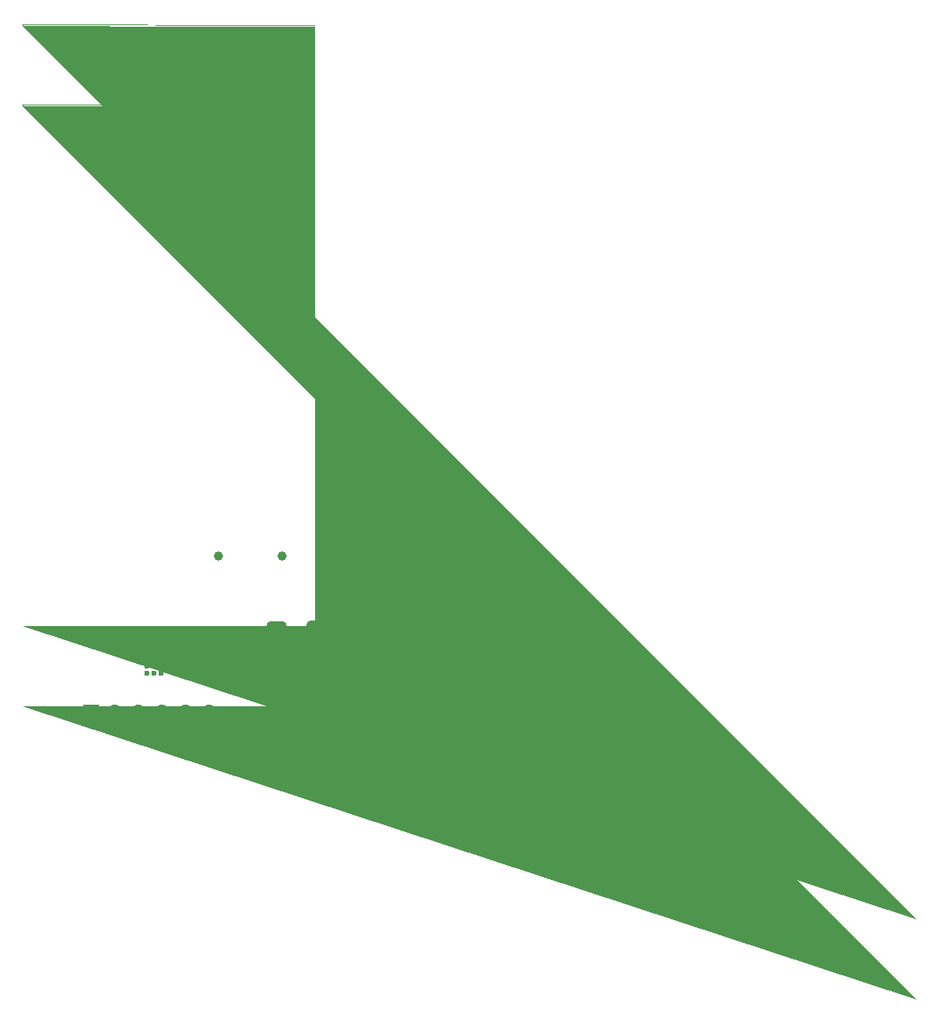
<source format=gbs>
G04 #@! TF.GenerationSoftware,KiCad,Pcbnew,9.0.1*
G04 #@! TF.CreationDate,2025-04-15T14:17:19+12:00*
G04 #@! TF.ProjectId,ESPFlash,45535046-6c61-4736-982e-6b696361645f,rev?*
G04 #@! TF.SameCoordinates,Original*
G04 #@! TF.FileFunction,Soldermask,Bot*
G04 #@! TF.FilePolarity,Negative*
%FSLAX46Y46*%
G04 Gerber Fmt 4.6, Leading zero omitted, Abs format (unit mm)*
G04 Created by KiCad (PCBNEW 9.0.1) date 2025-04-15 14:17:19*
%MOMM*%
%LPD*%
G01*
G04 APERTURE LIST*
G04 Aperture macros list*
%AMFreePoly0*
4,1,229,0.026192,0.903996,0.026383,0.903985,0.052383,0.901985,0.052573,0.901967,0.078573,0.898967,0.078944,0.898910,0.104944,0.893910,0.105167,0.893862,0.130167,0.887862,0.130300,0.887828,0.156300,0.880828,0.156756,0.880682,0.180756,0.871682,0.180923,0.871615,0.204923,0.861615,0.205083,0.861545,0.229083,0.850545,0.229460,0.850353,0.252460,0.837353,0.252684,0.837218,
0.296684,0.809218,0.297030,0.808977,0.318030,0.792977,0.318238,0.792810,0.338238,0.775810,0.338439,0.775630,0.357439,0.757630,0.357630,0.757439,0.375630,0.738439,0.375810,0.738238,0.392810,0.718238,0.392977,0.718030,0.408977,0.697030,0.409218,0.696684,0.437218,0.652684,0.437353,0.652460,0.450353,0.629460,0.450545,0.629083,0.461545,0.605083,0.461615,0.604923,
0.471615,0.580923,0.471682,0.580756,0.480682,0.556756,0.480828,0.556300,0.487828,0.530300,0.487862,0.530167,0.493862,0.505167,0.493910,0.504944,0.498910,0.478944,0.498967,0.478573,0.501967,0.452573,0.501985,0.452383,0.503985,0.426383,0.503996,0.426192,0.504996,0.400192,0.505000,0.400000,0.505000,-0.400000,0.504996,-0.400192,0.503996,-0.426192,0.503985,-0.426383,
0.501985,-0.452383,0.501967,-0.452573,0.498967,-0.478573,0.498910,-0.478944,0.493910,-0.504944,0.493862,-0.505167,0.487862,-0.530167,0.487828,-0.530300,0.480828,-0.556300,0.480682,-0.556756,0.471682,-0.580756,0.471615,-0.580923,0.461615,-0.604923,0.461545,-0.605083,0.450545,-0.629083,0.450353,-0.629460,0.437353,-0.652460,0.437218,-0.652684,0.409218,-0.696684,0.408977,-0.697030,
0.392977,-0.718030,0.392810,-0.718238,0.375810,-0.738238,0.375630,-0.738439,0.357630,-0.757439,0.357439,-0.757630,0.338439,-0.775630,0.338238,-0.775810,0.318238,-0.792810,0.318030,-0.792977,0.297030,-0.808977,0.296684,-0.809218,0.252684,-0.837218,0.252460,-0.837353,0.229460,-0.850353,0.229083,-0.850545,0.205083,-0.861545,0.204923,-0.861615,0.180923,-0.871615,0.180756,-0.871682,
0.156756,-0.880682,0.156300,-0.880828,0.130300,-0.887828,0.130167,-0.887862,0.105167,-0.893862,0.104944,-0.893910,0.078944,-0.898910,0.078573,-0.898967,0.052573,-0.901967,0.052383,-0.901985,0.026383,-0.903985,0.026192,-0.903996,0.000192,-0.904996,-0.000192,-0.904996,-0.026192,-0.903996,-0.026383,-0.903985,-0.052383,-0.901985,-0.052573,-0.901967,-0.078573,-0.898967,-0.078944,-0.898910,
-0.104944,-0.893910,-0.105167,-0.893862,-0.130167,-0.887862,-0.130300,-0.887828,-0.156300,-0.880828,-0.156756,-0.880682,-0.180756,-0.871682,-0.180923,-0.871615,-0.204923,-0.861615,-0.205083,-0.861545,-0.229083,-0.850545,-0.229460,-0.850353,-0.252460,-0.837353,-0.252684,-0.837218,-0.296684,-0.809218,-0.297030,-0.808977,-0.318030,-0.792977,-0.318238,-0.792810,-0.338238,-0.775810,-0.338439,-0.775630,
-0.357439,-0.757630,-0.357630,-0.757439,-0.375630,-0.738439,-0.375810,-0.738238,-0.392810,-0.718238,-0.392977,-0.718030,-0.408977,-0.697030,-0.409218,-0.696684,-0.437218,-0.652684,-0.437353,-0.652460,-0.450353,-0.629460,-0.450545,-0.629083,-0.461545,-0.605083,-0.461615,-0.604923,-0.471615,-0.580923,-0.471682,-0.580756,-0.480682,-0.556756,-0.480828,-0.556300,-0.487828,-0.530300,-0.487862,-0.530167,
-0.493862,-0.505167,-0.493910,-0.504944,-0.498910,-0.478944,-0.498967,-0.478573,-0.501967,-0.452573,-0.501985,-0.452383,-0.503985,-0.426383,-0.503996,-0.426192,-0.504996,-0.400192,-0.505000,-0.400000,-0.505000,0.400000,-0.504996,0.400192,-0.503996,0.426192,-0.503985,0.426383,-0.501985,0.452383,-0.501967,0.452573,-0.498967,0.478573,-0.498910,0.478944,-0.493910,0.504944,-0.493862,0.505167,
-0.487862,0.530167,-0.487828,0.530300,-0.480828,0.556300,-0.480682,0.556756,-0.471682,0.580756,-0.471615,0.580923,-0.461615,0.604923,-0.461545,0.605083,-0.450545,0.629083,-0.450353,0.629460,-0.437353,0.652460,-0.437218,0.652684,-0.409218,0.696684,-0.408977,0.697030,-0.392977,0.718030,-0.392810,0.718238,-0.375810,0.738238,-0.375630,0.738439,-0.357630,0.757439,-0.357439,0.757630,
-0.338439,0.775630,-0.338238,0.775810,-0.318238,0.792810,-0.318030,0.792977,-0.297030,0.808977,-0.296684,0.809218,-0.252684,0.837218,-0.252460,0.837353,-0.229460,0.850353,-0.229083,0.850545,-0.205083,0.861545,-0.204923,0.861615,-0.180923,0.871615,-0.180756,0.871682,-0.156756,0.880682,-0.156300,0.880828,-0.130300,0.887828,-0.130167,0.887862,-0.105167,0.893862,-0.104944,0.893910,
-0.078944,0.898910,-0.078573,0.898967,-0.052573,0.901967,-0.052383,0.901985,-0.026383,0.903985,-0.026192,0.903996,-0.000192,0.904996,0.000192,0.904996,0.026192,0.903996,0.026192,0.903996,$1*%
G04 Aperture macros list end*
%ADD10C,0.010000*%
%ADD11C,1.000000*%
%ADD12FreePoly0,90.000000*%
%ADD13C,0.650000*%
%ADD14O,2.176000X1.076000*%
%ADD15R,1.700000X1.700000*%
%ADD16O,1.700000X1.700000*%
%ADD17C,0.600000*%
G04 APERTURE END LIST*
D10*
X64443500Y-31433500D02*
X64475500Y-31435500D01*
X64506500Y-31439500D01*
X64537500Y-31445500D01*
X64567500Y-31452500D01*
X64597500Y-31461500D01*
X64627500Y-31472500D01*
X64656500Y-31484500D01*
X64684500Y-31497500D01*
X64712500Y-31512500D01*
X64739500Y-31529500D01*
X64765500Y-31547500D01*
X64790500Y-31566500D01*
X64813500Y-31586500D01*
X64836500Y-31608500D01*
X64858500Y-31631500D01*
X64878500Y-31654500D01*
X64897500Y-31679500D01*
X64915500Y-31705500D01*
X64932500Y-31732500D01*
X64947500Y-31760500D01*
X64960500Y-31788500D01*
X64972500Y-31817500D01*
X64983500Y-31847500D01*
X64992500Y-31877500D01*
X64999500Y-31907500D01*
X65005500Y-31938500D01*
X65009500Y-31969500D01*
X65011500Y-32001500D01*
X65012500Y-32032500D01*
X65011500Y-32063500D01*
X65009500Y-32095500D01*
X65005500Y-32126500D01*
X64999500Y-32157500D01*
X64992500Y-32187500D01*
X64983500Y-32217500D01*
X64972500Y-32247500D01*
X64960500Y-32276500D01*
X64947500Y-32304500D01*
X64932500Y-32332500D01*
X64915500Y-32359500D01*
X64897500Y-32385500D01*
X64878500Y-32410500D01*
X64858500Y-32433500D01*
X64836500Y-32456500D01*
X64813500Y-32478500D01*
X64790500Y-32498500D01*
X64765500Y-32517500D01*
X64739500Y-32535500D01*
X64712500Y-32552500D01*
X64684500Y-32567500D01*
X64656500Y-32580500D01*
X64627500Y-32592500D01*
X64597500Y-32603500D01*
X64567500Y-32612500D01*
X64537500Y-32619500D01*
X64506500Y-32625500D01*
X64475500Y-32629500D01*
X64443500Y-32631500D01*
X64412500Y-32632500D01*
X64012500Y-32632500D01*
X63612500Y-32632500D01*
X63581500Y-32631500D01*
X63549500Y-32629500D01*
X63518500Y-32625500D01*
X63487500Y-32619500D01*
X63457500Y-32612500D01*
X63427500Y-32603500D01*
X63397500Y-32592500D01*
X63368500Y-32580500D01*
X63340500Y-32567500D01*
X63312500Y-32552500D01*
X63285500Y-32535500D01*
X63259500Y-32517500D01*
X63234500Y-32498500D01*
X63211500Y-32478500D01*
X63188500Y-32456500D01*
X63166500Y-32433500D01*
X63146500Y-32410500D01*
X63127500Y-32385500D01*
X63109500Y-32359500D01*
X63092500Y-32332500D01*
X63077500Y-32304500D01*
X63064500Y-32276500D01*
X63052500Y-32247500D01*
X63041500Y-32217500D01*
X63032500Y-32187500D01*
X63025500Y-32157500D01*
X63019500Y-32126500D01*
X63015500Y-32095500D01*
X63013500Y-32063500D01*
X63012500Y-32032500D01*
X63013500Y-32001500D01*
X63015500Y-31969500D01*
X63019500Y-31938500D01*
X63025500Y-31907500D01*
X63032500Y-31877500D01*
X63041500Y-31847500D01*
X63052500Y-31817500D01*
X63064500Y-31788500D01*
X63077500Y-31760500D01*
X63092500Y-31732500D01*
X63109500Y-31705500D01*
X63127500Y-31679500D01*
X63146500Y-31654500D01*
X63166500Y-31631500D01*
X63188500Y-31608500D01*
X63211500Y-31586500D01*
X63234500Y-31566500D01*
X63259500Y-31547500D01*
X63285500Y-31529500D01*
X63312500Y-31512500D01*
X63340500Y-31497500D01*
X63368500Y-31484500D01*
X63397500Y-31472500D01*
X63427500Y-31461500D01*
X63457500Y-31452500D01*
X63487500Y-31445500D01*
X63518500Y-31439500D01*
X63549500Y-31435500D01*
X63581500Y-31433500D01*
X63612500Y-31432500D01*
X64012500Y-31432500D01*
X64412500Y-31432500D01*
X64443500Y-31433500D01*
G36*
X64443500Y-31433500D02*
G01*
X64475500Y-31435500D01*
X64506500Y-31439500D01*
X64537500Y-31445500D01*
X64567500Y-31452500D01*
X64597500Y-31461500D01*
X64627500Y-31472500D01*
X64656500Y-31484500D01*
X64684500Y-31497500D01*
X64712500Y-31512500D01*
X64739500Y-31529500D01*
X64765500Y-31547500D01*
X64790500Y-31566500D01*
X64813500Y-31586500D01*
X64836500Y-31608500D01*
X64858500Y-31631500D01*
X64878500Y-31654500D01*
X64897500Y-31679500D01*
X64915500Y-31705500D01*
X64932500Y-31732500D01*
X64947500Y-31760500D01*
X64960500Y-31788500D01*
X64972500Y-31817500D01*
X64983500Y-31847500D01*
X64992500Y-31877500D01*
X64999500Y-31907500D01*
X65005500Y-31938500D01*
X65009500Y-31969500D01*
X65011500Y-32001500D01*
X65012500Y-32032500D01*
X65011500Y-32063500D01*
X65009500Y-32095500D01*
X65005500Y-32126500D01*
X64999500Y-32157500D01*
X64992500Y-32187500D01*
X64983500Y-32217500D01*
X64972500Y-32247500D01*
X64960500Y-32276500D01*
X64947500Y-32304500D01*
X64932500Y-32332500D01*
X64915500Y-32359500D01*
X64897500Y-32385500D01*
X64878500Y-32410500D01*
X64858500Y-32433500D01*
X64836500Y-32456500D01*
X64813500Y-32478500D01*
X64790500Y-32498500D01*
X64765500Y-32517500D01*
X64739500Y-32535500D01*
X64712500Y-32552500D01*
X64684500Y-32567500D01*
X64656500Y-32580500D01*
X64627500Y-32592500D01*
X64597500Y-32603500D01*
X64567500Y-32612500D01*
X64537500Y-32619500D01*
X64506500Y-32625500D01*
X64475500Y-32629500D01*
X64443500Y-32631500D01*
X64412500Y-32632500D01*
X64012500Y-32632500D01*
X63612500Y-32632500D01*
X63581500Y-32631500D01*
X63549500Y-32629500D01*
X63518500Y-32625500D01*
X63487500Y-32619500D01*
X63457500Y-32612500D01*
X63427500Y-32603500D01*
X63397500Y-32592500D01*
X63368500Y-32580500D01*
X63340500Y-32567500D01*
X63312500Y-32552500D01*
X63285500Y-32535500D01*
X63259500Y-32517500D01*
X63234500Y-32498500D01*
X63211500Y-32478500D01*
X63188500Y-32456500D01*
X63166500Y-32433500D01*
X63146500Y-32410500D01*
X63127500Y-32385500D01*
X63109500Y-32359500D01*
X63092500Y-32332500D01*
X63077500Y-32304500D01*
X63064500Y-32276500D01*
X63052500Y-32247500D01*
X63041500Y-32217500D01*
X63032500Y-32187500D01*
X63025500Y-32157500D01*
X63019500Y-32126500D01*
X63015500Y-32095500D01*
X63013500Y-32063500D01*
X63012500Y-32032500D01*
X63013500Y-32001500D01*
X63015500Y-31969500D01*
X63019500Y-31938500D01*
X63025500Y-31907500D01*
X63032500Y-31877500D01*
X63041500Y-31847500D01*
X63052500Y-31817500D01*
X63064500Y-31788500D01*
X63077500Y-31760500D01*
X63092500Y-31732500D01*
X63109500Y-31705500D01*
X63127500Y-31679500D01*
X63146500Y-31654500D01*
X63166500Y-31631500D01*
X63188500Y-31608500D01*
X63211500Y-31586500D01*
X63234500Y-31566500D01*
X63259500Y-31547500D01*
X63285500Y-31529500D01*
X63312500Y-31512500D01*
X63340500Y-31497500D01*
X63368500Y-31484500D01*
X63397500Y-31472500D01*
X63427500Y-31461500D01*
X63457500Y-31452500D01*
X63487500Y-31445500D01*
X63518500Y-31439500D01*
X63549500Y-31435500D01*
X63581500Y-31433500D01*
X63612500Y-31432500D01*
X64012500Y-31432500D01*
X64412500Y-31432500D01*
X64443500Y-31433500D01*
G37*
X64443500Y-40073500D02*
X64475500Y-40075500D01*
X64506500Y-40079500D01*
X64537500Y-40085500D01*
X64567500Y-40092500D01*
X64597500Y-40101500D01*
X64627500Y-40112500D01*
X64656500Y-40124500D01*
X64684500Y-40137500D01*
X64712500Y-40152500D01*
X64739500Y-40169500D01*
X64765500Y-40187500D01*
X64790500Y-40206500D01*
X64813500Y-40226500D01*
X64836500Y-40248500D01*
X64858500Y-40271500D01*
X64878500Y-40294500D01*
X64897500Y-40319500D01*
X64915500Y-40345500D01*
X64932500Y-40372500D01*
X64947500Y-40400500D01*
X64960500Y-40428500D01*
X64972500Y-40457500D01*
X64983500Y-40487500D01*
X64992500Y-40517500D01*
X64999500Y-40547500D01*
X65005500Y-40578500D01*
X65009500Y-40609500D01*
X65011500Y-40641500D01*
X65012500Y-40672500D01*
X65011500Y-40703500D01*
X65009500Y-40735500D01*
X65005500Y-40766500D01*
X64999500Y-40797500D01*
X64992500Y-40827500D01*
X64983500Y-40857500D01*
X64972500Y-40887500D01*
X64960500Y-40916500D01*
X64947500Y-40944500D01*
X64932500Y-40972500D01*
X64915500Y-40999500D01*
X64897500Y-41025500D01*
X64878500Y-41050500D01*
X64858500Y-41073500D01*
X64836500Y-41096500D01*
X64813500Y-41118500D01*
X64790500Y-41138500D01*
X64765500Y-41157500D01*
X64739500Y-41175500D01*
X64712500Y-41192500D01*
X64684500Y-41207500D01*
X64656500Y-41220500D01*
X64627500Y-41232500D01*
X64597500Y-41243500D01*
X64567500Y-41252500D01*
X64537500Y-41259500D01*
X64506500Y-41265500D01*
X64475500Y-41269500D01*
X64443500Y-41271500D01*
X64412500Y-41272500D01*
X64012500Y-41272500D01*
X63612500Y-41272500D01*
X63581500Y-41271500D01*
X63549500Y-41269500D01*
X63518500Y-41265500D01*
X63487500Y-41259500D01*
X63457500Y-41252500D01*
X63427500Y-41243500D01*
X63397500Y-41232500D01*
X63368500Y-41220500D01*
X63340500Y-41207500D01*
X63312500Y-41192500D01*
X63285500Y-41175500D01*
X63259500Y-41157500D01*
X63234500Y-41138500D01*
X63211500Y-41118500D01*
X63188500Y-41096500D01*
X63166500Y-41073500D01*
X63146500Y-41050500D01*
X63127500Y-41025500D01*
X63109500Y-40999500D01*
X63092500Y-40972500D01*
X63077500Y-40944500D01*
X63064500Y-40916500D01*
X63052500Y-40887500D01*
X63041500Y-40857500D01*
X63032500Y-40827500D01*
X63025500Y-40797500D01*
X63019500Y-40766500D01*
X63015500Y-40735500D01*
X63013500Y-40703500D01*
X63012500Y-40672500D01*
X63013500Y-40641500D01*
X63015500Y-40609500D01*
X63019500Y-40578500D01*
X63025500Y-40547500D01*
X63032500Y-40517500D01*
X63041500Y-40487500D01*
X63052500Y-40457500D01*
X63064500Y-40428500D01*
X63077500Y-40400500D01*
X63092500Y-40372500D01*
X63109500Y-40345500D01*
X63127500Y-40319500D01*
X63146500Y-40294500D01*
X63166500Y-40271500D01*
X63188500Y-40248500D01*
X63211500Y-40226500D01*
X63234500Y-40206500D01*
X63259500Y-40187500D01*
X63285500Y-40169500D01*
X63312500Y-40152500D01*
X63340500Y-40137500D01*
X63368500Y-40124500D01*
X63397500Y-40112500D01*
X63427500Y-40101500D01*
X63457500Y-40092500D01*
X63487500Y-40085500D01*
X63518500Y-40079500D01*
X63549500Y-40075500D01*
X63581500Y-40073500D01*
X63612500Y-40072500D01*
X64012500Y-40072500D01*
X64412500Y-40072500D01*
X64443500Y-40073500D01*
G36*
X64443500Y-40073500D02*
G01*
X64475500Y-40075500D01*
X64506500Y-40079500D01*
X64537500Y-40085500D01*
X64567500Y-40092500D01*
X64597500Y-40101500D01*
X64627500Y-40112500D01*
X64656500Y-40124500D01*
X64684500Y-40137500D01*
X64712500Y-40152500D01*
X64739500Y-40169500D01*
X64765500Y-40187500D01*
X64790500Y-40206500D01*
X64813500Y-40226500D01*
X64836500Y-40248500D01*
X64858500Y-40271500D01*
X64878500Y-40294500D01*
X64897500Y-40319500D01*
X64915500Y-40345500D01*
X64932500Y-40372500D01*
X64947500Y-40400500D01*
X64960500Y-40428500D01*
X64972500Y-40457500D01*
X64983500Y-40487500D01*
X64992500Y-40517500D01*
X64999500Y-40547500D01*
X65005500Y-40578500D01*
X65009500Y-40609500D01*
X65011500Y-40641500D01*
X65012500Y-40672500D01*
X65011500Y-40703500D01*
X65009500Y-40735500D01*
X65005500Y-40766500D01*
X64999500Y-40797500D01*
X64992500Y-40827500D01*
X64983500Y-40857500D01*
X64972500Y-40887500D01*
X64960500Y-40916500D01*
X64947500Y-40944500D01*
X64932500Y-40972500D01*
X64915500Y-40999500D01*
X64897500Y-41025500D01*
X64878500Y-41050500D01*
X64858500Y-41073500D01*
X64836500Y-41096500D01*
X64813500Y-41118500D01*
X64790500Y-41138500D01*
X64765500Y-41157500D01*
X64739500Y-41175500D01*
X64712500Y-41192500D01*
X64684500Y-41207500D01*
X64656500Y-41220500D01*
X64627500Y-41232500D01*
X64597500Y-41243500D01*
X64567500Y-41252500D01*
X64537500Y-41259500D01*
X64506500Y-41265500D01*
X64475500Y-41269500D01*
X64443500Y-41271500D01*
X64412500Y-41272500D01*
X64012500Y-41272500D01*
X63612500Y-41272500D01*
X63581500Y-41271500D01*
X63549500Y-41269500D01*
X63518500Y-41265500D01*
X63487500Y-41259500D01*
X63457500Y-41252500D01*
X63427500Y-41243500D01*
X63397500Y-41232500D01*
X63368500Y-41220500D01*
X63340500Y-41207500D01*
X63312500Y-41192500D01*
X63285500Y-41175500D01*
X63259500Y-41157500D01*
X63234500Y-41138500D01*
X63211500Y-41118500D01*
X63188500Y-41096500D01*
X63166500Y-41073500D01*
X63146500Y-41050500D01*
X63127500Y-41025500D01*
X63109500Y-40999500D01*
X63092500Y-40972500D01*
X63077500Y-40944500D01*
X63064500Y-40916500D01*
X63052500Y-40887500D01*
X63041500Y-40857500D01*
X63032500Y-40827500D01*
X63025500Y-40797500D01*
X63019500Y-40766500D01*
X63015500Y-40735500D01*
X63013500Y-40703500D01*
X63012500Y-40672500D01*
X63013500Y-40641500D01*
X63015500Y-40609500D01*
X63019500Y-40578500D01*
X63025500Y-40547500D01*
X63032500Y-40517500D01*
X63041500Y-40487500D01*
X63052500Y-40457500D01*
X63064500Y-40428500D01*
X63077500Y-40400500D01*
X63092500Y-40372500D01*
X63109500Y-40345500D01*
X63127500Y-40319500D01*
X63146500Y-40294500D01*
X63166500Y-40271500D01*
X63188500Y-40248500D01*
X63211500Y-40226500D01*
X63234500Y-40206500D01*
X63259500Y-40187500D01*
X63285500Y-40169500D01*
X63312500Y-40152500D01*
X63340500Y-40137500D01*
X63368500Y-40124500D01*
X63397500Y-40112500D01*
X63427500Y-40101500D01*
X63457500Y-40092500D01*
X63487500Y-40085500D01*
X63518500Y-40079500D01*
X63549500Y-40075500D01*
X63581500Y-40073500D01*
X63612500Y-40072500D01*
X64012500Y-40072500D01*
X64412500Y-40072500D01*
X64443500Y-40073500D01*
G37*
D11*
X60400000Y-24500000D03*
X53600000Y-24500000D03*
D12*
X64012500Y-40672500D03*
D13*
X60332500Y-39242500D03*
X60332500Y-33462500D03*
D12*
X64012500Y-32032500D03*
D14*
X59832500Y-40672500D03*
X59832500Y-32032500D03*
D15*
X39830000Y-41350000D03*
D16*
X42370000Y-41350000D03*
X44910000Y-41350000D03*
X47450000Y-41350000D03*
X49990000Y-41350000D03*
X52530000Y-41350000D03*
D17*
X47400000Y-35600000D03*
X45900000Y-35600000D03*
X46650000Y-35600000D03*
X46662500Y-36350000D03*
X47400000Y-36350000D03*
X45900000Y-36350000D03*
X47400000Y-37100000D03*
X46650000Y-37100000D03*
X45900000Y-37100000D03*
M02*

</source>
